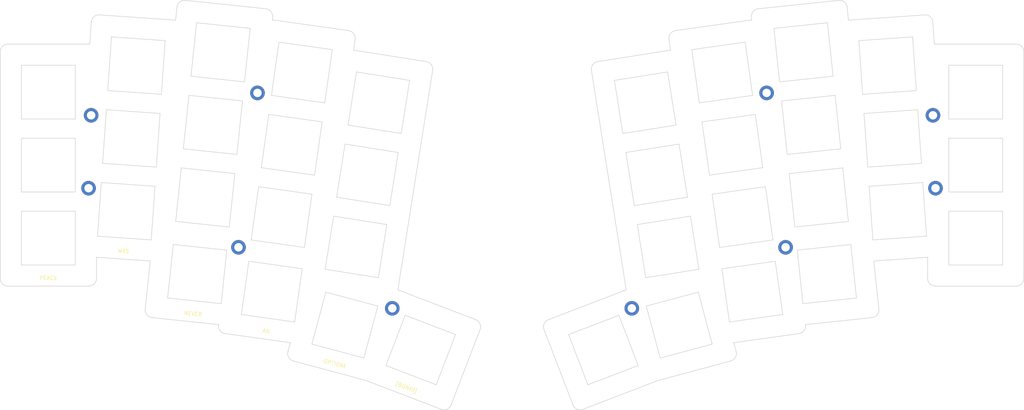
<source format=kicad_pcb>

            
(kicad_pcb (version 20171130) (host pcbnew 5.1.6)

  (page A3)
  (title_block
    (title plate)
    (rev v1.0.0)
    (company Unknown)
  )

  (general
    (thickness 1.6)
  )

  (layers
    (0 F.Cu signal)
    (31 B.Cu signal)
    (32 B.Adhes user)
    (33 F.Adhes user)
    (34 B.Paste user)
    (35 F.Paste user)
    (36 B.SilkS user)
    (37 F.SilkS user)
    (38 B.Mask user)
    (39 F.Mask user)
    (40 Dwgs.User user)
    (41 Cmts.User user)
    (42 Eco1.User user)
    (43 Eco2.User user)
    (44 Edge.Cuts user)
    (45 Margin user)
    (46 B.CrtYd user)
    (47 F.CrtYd user)
    (48 B.Fab user)
    (49 F.Fab user)
  )

  (setup
    (last_trace_width 0.25)
    (trace_clearance 0.2)
    (zone_clearance 0.508)
    (zone_45_only no)
    (trace_min 0.2)
    (via_size 0.8)
    (via_drill 0.4)
    (via_min_size 0.4)
    (via_min_drill 0.3)
    (uvia_size 0.3)
    (uvia_drill 0.1)
    (uvias_allowed no)
    (uvia_min_size 0.2)
    (uvia_min_drill 0.1)
    (edge_width 0.05)
    (segment_width 0.2)
    (pcb_text_width 0.3)
    (pcb_text_size 1.5 1.5)
    (mod_edge_width 0.12)
    (mod_text_size 1 1)
    (mod_text_width 0.15)
    (pad_size 1.524 1.524)
    (pad_drill 0.762)
    (pad_to_mask_clearance 0.05)
    (aux_axis_origin 0 0)
    (visible_elements FFFFFF7F)
    (pcbplotparams
      (layerselection 0x010fc_ffffffff)
      (usegerberextensions false)
      (usegerberattributes true)
      (usegerberadvancedattributes true)
      (creategerberjobfile true)
      (excludeedgelayer true)
      (linewidth 0.100000)
      (plotframeref false)
      (viasonmask false)
      (mode 1)
      (useauxorigin false)
      (hpglpennumber 1)
      (hpglpenspeed 20)
      (hpglpendiameter 15.000000)
      (psnegative false)
      (psa4output false)
      (plotreference true)
      (plotvalue true)
      (plotinvisibletext false)
      (padsonsilk false)
      (subtractmaskfromsilk false)
      (outputformat 1)
      (mirror false)
      (drillshape 1)
      (scaleselection 1)
      (outputdirectory ""))
  )

            (net 0 "")
            
  (net_class Default "This is the default net class."
    (clearance 0.2)
    (trace_width 0.25)
    (via_dia 0.8)
    (via_drill 0.4)
    (uvia_dia 0.3)
    (uvia_drill 0.1)
    (add_net "")
  )

            
            (module mounting_hole (layer F.Cu) (tedit 64B5A986)
                (at 161.11902975 152.53471224999998 -2)
                (fp_text reference "H1" (at 0 3) (layer F.SilkS) hide
                    (effects (font (size 1 1) (thickness 0.15)))
                )
        
                (pad "" thru_hole circle (at 0 0 180) (size 3.8000000000000003 3.8000000000000003) (drill 2.2) (layers *.Cu *.Mask))
        
                (fp_circle (center 0 0) (end -2.1500000000000004 0) (layer F.CrtYd) (width 0.05))
                (fp_circle (center 0 0) (end -2.1500000000000004 0) (layer B.CrtYd) (width 0.05))
        
            )
        

            (module mounting_hole (layer F.Cu) (tedit 64B5A986)
                (at 160.45634325 171.51157075 -2)
                (fp_text reference "H2" (at 0 3) (layer F.SilkS) hide
                    (effects (font (size 1 1) (thickness 0.15)))
                )
        
                (pad "" thru_hole circle (at 0 0 180) (size 3.8000000000000003 3.8000000000000003) (drill 2.2) (layers *.Cu *.Mask))
        
                (fp_circle (center 0 0) (end -2.1500000000000004 0) (layer F.CrtYd) (width 0.05))
                (fp_circle (center 0 0) (end -2.1500000000000004 0) (layer B.CrtYd) (width 0.05))
        
            )
        

            (module mounting_hole (layer F.Cu) (tedit 64B5A986)
                (at 204.36757089999998 146.70424175 -7)
                (fp_text reference "H3" (at 0 3) (layer F.SilkS) hide
                    (effects (font (size 1 1) (thickness 0.15)))
                )
        
                (pad "" thru_hole circle (at 0 0 180) (size 3.8000000000000003 3.8000000000000003) (drill 2.2) (layers *.Cu *.Mask))
        
                (fp_circle (center 0 0) (end -2.1500000000000004 0) (layer F.CrtYd) (width 0.05))
                (fp_circle (center 0 0) (end -2.1500000000000004 0) (layer B.CrtYd) (width 0.05))
        
            )
        

            (module mounting_hole (layer F.Cu) (tedit 64B5A986)
                (at 199.4325678 186.89661645 -7)
                (fp_text reference "H4" (at 0 3) (layer F.SilkS) hide
                    (effects (font (size 1 1) (thickness 0.15)))
                )
        
                (pad "" thru_hole circle (at 0 0 180) (size 3.8000000000000003 3.8000000000000003) (drill 2.2) (layers *.Cu *.Mask))
        
                (fp_circle (center 0 0) (end -2.1500000000000004 0) (layer F.CrtYd) (width 0.05))
                (fp_circle (center 0 0) (end -2.1500000000000004 0) (layer B.CrtYd) (width 0.05))
        
            )
        

            (module mounting_hole (layer F.Cu) (tedit 64B5A986)
                (at 239.4189695 202.7822108 -18)
                (fp_text reference "H5" (at 0 3) (layer F.SilkS) hide
                    (effects (font (size 1 1) (thickness 0.15)))
                )
        
                (pad "" thru_hole circle (at 0 0 180) (size 3.8000000000000003 3.8000000000000003) (drill 2.2) (layers *.Cu *.Mask))
        
                (fp_circle (center 0 0) (end -2.1500000000000004 0) (layer F.CrtYd) (width 0.05))
                (fp_circle (center 0 0) (end -2.1500000000000004 0) (layer B.CrtYd) (width 0.05))
        
            )
        

            (module mounting_hole (layer F.Cu) (tedit 64B5A986)
                (at 379.99410224999997 152.53471224999998 2)
                (fp_text reference "H6" (at 0 3) (layer F.SilkS) hide
                    (effects (font (size 1 1) (thickness 0.15)))
                )
        
                (pad "" thru_hole circle (at 0 0 180) (size 3.8000000000000003 3.8000000000000003) (drill 2.2) (layers *.Cu *.Mask))
        
                (fp_circle (center 0 0) (end -2.1500000000000004 0) (layer F.CrtYd) (width 0.05))
                (fp_circle (center 0 0) (end -2.1500000000000004 0) (layer B.CrtYd) (width 0.05))
        
            )
        

            (module mounting_hole (layer F.Cu) (tedit 64B5A986)
                (at 380.6567887499999 171.51157075 2)
                (fp_text reference "H7" (at 0 3) (layer F.SilkS) hide
                    (effects (font (size 1 1) (thickness 0.15)))
                )
        
                (pad "" thru_hole circle (at 0 0 180) (size 3.8000000000000003 3.8000000000000003) (drill 2.2) (layers *.Cu *.Mask))
        
                (fp_circle (center 0 0) (end -2.1500000000000004 0) (layer F.CrtYd) (width 0.05))
                (fp_circle (center 0 0) (end -2.1500000000000004 0) (layer B.CrtYd) (width 0.05))
        
            )
        

            (module mounting_hole (layer F.Cu) (tedit 64B5A986)
                (at 336.7455611 146.70424175 7)
                (fp_text reference "H8" (at 0 3) (layer F.SilkS) hide
                    (effects (font (size 1 1) (thickness 0.15)))
                )
        
                (pad "" thru_hole circle (at 0 0 180) (size 3.8000000000000003 3.8000000000000003) (drill 2.2) (layers *.Cu *.Mask))
        
                (fp_circle (center 0 0) (end -2.1500000000000004 0) (layer F.CrtYd) (width 0.05))
                (fp_circle (center 0 0) (end -2.1500000000000004 0) (layer B.CrtYd) (width 0.05))
        
            )
        

            (module mounting_hole (layer F.Cu) (tedit 64B5A986)
                (at 341.68056419999994 186.89661645 7)
                (fp_text reference "H9" (at 0 3) (layer F.SilkS) hide
                    (effects (font (size 1 1) (thickness 0.15)))
                )
        
                (pad "" thru_hole circle (at 0 0 180) (size 3.8000000000000003 3.8000000000000003) (drill 2.2) (layers *.Cu *.Mask))
        
                (fp_circle (center 0 0) (end -2.1500000000000004 0) (layer F.CrtYd) (width 0.05))
                (fp_circle (center 0 0) (end -2.1500000000000004 0) (layer B.CrtYd) (width 0.05))
        
            )
        

            (module mounting_hole (layer F.Cu) (tedit 64B5A986)
                (at 301.69416249999995 202.7822108 18)
                (fp_text reference "H10" (at 0 3) (layer F.SilkS) hide
                    (effects (font (size 1 1) (thickness 0.15)))
                )
        
                (pad "" thru_hole circle (at 0 0 180) (size 3.8000000000000003 3.8000000000000003) (drill 2.2) (layers *.Cu *.Mask))
        
                (fp_circle (center 0 0) (end -2.1500000000000004 0) (layer F.CrtYd) (width 0.05))
                (fp_circle (center 0 0) (end -2.1500000000000004 0) (layer B.CrtYd) (width 0.05))
        
            )
        

      (gr_text "PEACE" (at 150 194.9 0) (layer F.SilkS)
        (effects (font (size 1 1) (thickness 0.15)))
      )
    

      (gr_text "WAS" (at 169.5245327 187.8746661 -4) (layer F.SilkS)
        (effects (font (size 1 1) (thickness 0.15)))
      )
    

      (gr_text "NEVER" (at 187.6165627 204.20794 -6) (layer F.SilkS)
        (effects (font (size 1 1) (thickness 0.15)))
      )
    

      (gr_text "AN" (at 206.6346179 208.73176450000003 -8) (layer F.SilkS)
        (effects (font (size 1 1) (thickness 0.15)))
      )
    

      (gr_text "OPTION!" (at 224.3953829 217.1897239 -15) (layer F.SilkS)
        (effects (font (size 1 1) (thickness 0.15)))
      )
    

      (gr_text "[BONK!]" (at 243.0795393 223.34646690000002 -21) (layer F.SilkS)
        (effects (font (size 1 1) (thickness 0.15)))
      )
    
            (gr_line (start 162.5 189.48859096003252) (end 162.5 195.00000004977912) (angle 90) (layer Edge.Cuts) (width 0.15))
(gr_arc (start 160.5 195.00000004977912) (end 160.5 197.00000004977912) (angle -90) (layer Edge.Cuts) (width 0.15))
(gr_line (start 139.5 197) (end 160.5 197) (angle 90) (layer Edge.Cuts) (width 0.15))
(gr_arc (start 139.5 195) (end 137.5 195) (angle -90) (layer Edge.Cuts) (width 0.15))
(gr_line (start 137.5 195) (end 137.5 136) (angle 90) (layer Edge.Cuts) (width 0.15))
(gr_arc (start 139.5 136) (end 139.5 134) (angle -90) (layer Edge.Cuts) (width 0.15))
(gr_line (start 139.5 134) (end 160.5 134) (angle 90) (layer Edge.Cuts) (width 0.15))
(gr_arc (start 160.5 135.9999999749789) (end 160.7601048 134.01698577497888) (angle -7.472620486309424) (layer Edge.Cuts) (width 0.15))
(gr_line (start 160.7601048 134.01698577497888) (end 161.1636383 128.2461875749789) (angle 90) (layer Edge.Cuts) (width 0.15))
(gr_arc (start 163.1587664 128.3857004749789) (end 163.2982793 126.3905723749789) (angle -89.99999870796981) (layer Edge.Cuts) (width 0.15))
(gr_line (start 163.29827930000002 126.39057239999998) (end 183.08124719192193 127.77393222660108) (angle 90) (layer Edge.Cuts) (width 0.15))
(gr_line (start 183.08124719192193 127.77393222660089) (end 183.4375612394896 124.3838305969644) (angle 90) (layer Edge.Cuts) (width 0.15))
(gr_arc (start 185.4266050394896 124.59288749696441) (end 185.6356619394896 122.6038436969644) (angle -89.99999804337685) (layer Edge.Cuts) (width 0.15))
(gr_line (start 185.63566190000003 122.6038437) (end 206.52062170000002 124.7989415) (angle 90) (layer Edge.Cuts) (width 0.15))
(gr_arc (start 206.31156477390954 126.7879853167018) (end 208.30060857390953 126.9970422167018) (angle -90.00000015448393) (layer Edge.Cuts) (width 0.15))
(gr_line (start 208.2275868380994 127.69179737976197) (end 208.30060857390953 126.9970422167018) (angle 90) (layer Edge.Cuts) (width 0.15))
(gr_line (start 208.2275868380994 127.69179737976174) (end 228.0509937 130.4777955) (angle 90) (layer Edge.Cuts) (width 0.15))
(gr_arc (start 227.77264749999998 132.4583316) (end 229.75318359999997 132.7366778) (angle -90.00000017087171) (layer Edge.Cuts) (width 0.15))
(gr_line (start 229.75318359999997 132.7366778) (end 229.35556180671236 135.5659039558825) (angle 90) (layer Edge.Cuts) (width 0.15))
(gr_line (start 229.35556180671236 135.56590395588248) (end 248.2526682 138.55891160000002) (angle 90) (layer Edge.Cuts) (width 0.15))
(gr_arc (start 247.9397993 140.53428830000001) (end 249.915176 140.84715720000003) (angle -90.00000088364766) (layer Edge.Cuts) (width 0.15))
(gr_line (start 240.87159734210297 197.9460661478729) (end 249.915176 140.84715720000003) (angle 90) (layer Edge.Cuts) (width 0.15))
(gr_arc (start 239.94692214210298 199.7194741478729) (end 241.12653444210298 198.1043844478729) (angle -8.605202528382051) (layer Edge.Cuts) (width 0.15))
(gr_arc (start 240.76683500000001 200.0717726) (end 241.48357090000002 198.20461170000002) (angle -10.638994555516035) (layer Edge.Cuts) (width 0.15))
(gr_line (start 241.48357090000002 198.20461170000002) (end 261.0887598 205.7303386) (angle 90) (layer Edge.Cuts) (width 0.15))
(gr_arc (start 260.37202390000004 207.5974995) (end 262.23918480000003 208.3142354) (angle -89.99999958959086) (layer Edge.Cuts) (width 0.15))
(gr_line (start 254.71345789999998 227.91942430000003) (end 262.2391848 208.31423540000003) (angle 90) (layer Edge.Cuts) (width 0.15))
(gr_arc (start 252.846297 227.20268840000003) (end 252.1295611 229.06984930000002) (angle -89.9999995895896) (layer Edge.Cuts) (width 0.15))
(gr_line (start 232.5243722 221.5441224) (end 252.1295611 229.06984930000002) (angle 90) (layer Edge.Cuts) (width 0.15))
(gr_arc (start 233.2411081 219.6769615) (end 232.5065613 221.5371876) (angle -0.5475584025031139) (layer Edge.Cuts) (width 0.15))
(gr_line (start 213.70964179999999 216.5005682) (end 232.5065613 221.5371876) (angle 90) (layer Edge.Cuts) (width 0.15))
(gr_arc (start 214.22727989999998 214.5687165) (end 212.29542819999998 214.0510784) (angle -89.99999998468348) (layer Edge.Cuts) (width 0.15))
(gr_line (start 212.29542819999998 214.0510784) (end 212.91596897254198 211.73518874434046) (angle 90) (layer Edge.Cuts) (width 0.15))
(gr_line (start 195.9445396 209.3500099) (end 212.91596897254198 211.7351887443405) (angle 90) (layer Edge.Cuts) (width 0.15))
(gr_arc (start 196.2228858 207.3694738) (end 194.2423497 207.09112760000002) (angle -90.00000019003852) (layer Edge.Cuts) (width 0.15))
(gr_line (start 194.2423497 207.09112760000002) (end 194.25276756399168 207.01700064967895) (angle 90) (layer Edge.Cuts) (width 0.15))
(gr_line (start 176.954573 205.1988871) (end 194.25276756399168 207.01700064967898) (angle 90) (layer Edge.Cuts) (width 0.15))
(gr_arc (start 177.16362990000002 203.20984330000002) (end 175.17458610000003 203.0007864) (angle -89.99999902178251) (layer Edge.Cuts) (width 0.15))
(gr_line (start 175.17458610000003 203.0007864) (end 176.49193990381477 190.46700267146343) (angle 90) (layer Edge.Cuts) (width 0.15))
(gr_line (start 162.5 189.48859096003252) (end 176.49193990381477 190.4670026714633) (angle 90) (layer Edge.Cuts) (width 0.15))
(gr_line (start 403.61313199999995 195) (end 403.61313199999995 136) (angle 90) (layer Edge.Cuts) (width 0.15))
(gr_arc (start 401.61313199999995 136) (end 403.61313199999995 136) (angle -90) (layer Edge.Cuts) (width 0.15))
(gr_line (start 380.61313199999995 134) (end 401.61313199999995 134) (angle 90) (layer Edge.Cuts) (width 0.15))
(gr_arc (start 380.61313199999995 135.99999997497844) (end 380.61313199999995 133.99999997497844) (angle -7.472620486310234) (layer Edge.Cuts) (width 0.15))
(gr_line (start 379.9494936999999 128.24618759999998) (end 380.35302719999993 134.01698577497842) (angle 90) (layer Edge.Cuts) (width 0.15))
(gr_arc (start 377.9543655999999 128.38570049999998) (end 379.9494936999999 128.24618759999998) (angle -89.99999865796576) (layer Edge.Cuts) (width 0.15))
(gr_line (start 358.0318848469628 127.77393222388199) (end 377.81485269999996 126.39057239999997) (angle 90) (layer Edge.Cuts) (width 0.15))
(gr_line (start 357.6755707999999 124.38383060000001) (end 358.0318848469628 127.77393222388218) (angle 90) (layer Edge.Cuts) (width 0.15))
(gr_arc (start 355.6865269999999 124.5928875) (end 357.6755707999999 124.38383060000001) (angle -89.99999915938234) (layer Edge.Cuts) (width 0.15))
(gr_line (start 334.5925102999999 124.7989415) (end 355.4774700999999 122.6038437) (angle 90) (layer Edge.Cuts) (width 0.15))
(gr_arc (start 334.8015671999999 126.7879853) (end 334.5925102999999 124.7989415) (angle -90.0000008478127) (layer Edge.Cuts) (width 0.15))
(gr_line (start 332.8125233999999 126.9970422) (end 332.8855451379197 127.69179738313187) (angle 90) (layer Edge.Cuts) (width 0.15))
(gr_line (start 313.06276456901156 130.47770746856992) (end 332.8855451379197 127.69179738313201) (angle 90) (layer Edge.Cuts) (width 0.15))
(gr_arc (start 313.34048449999995 132.4583316) (end 313.06213829999996 130.4777955) (angle -89.99999915567759) (layer Edge.Cuts) (width 0.15))
(gr_line (start 311.757570194063 135.5659039557595) (end 311.3599483690116 132.7366777685699) (angle 90) (layer Edge.Cuts) (width 0.15))
(gr_line (start 292.8604638 138.55891160000002) (end 311.757570194063 135.56590395575967) (angle 90) (layer Edge.Cuts) (width 0.15))
(gr_arc (start 293.1733327 140.53428830000001) (end 292.8604638 138.55891160000002) (angle -90.0000008836467) (layer Edge.Cuts) (width 0.15))
(gr_line (start 291.197956 140.84715720000003) (end 300.2415347 197.94606610000002) (angle 90) (layer Edge.Cuts) (width 0.15))
(gr_arc (start 301.1662099 199.7194741) (end 300.2415347 197.94606610000002) (angle -8.605202528380715) (layer Edge.Cuts) (width 0.15))
(gr_arc (start 300.34629699999994 200.07177260000003) (end 299.98659749999996 198.10438440000004) (angle -10.63899173744096) (layer Edge.Cuts) (width 0.15))
(gr_line (start 280.02437219999996 205.73033860000004) (end 299.62956109999993 198.20461170000002) (angle 90) (layer Edge.Cuts) (width 0.15))
(gr_arc (start 280.74110809999996 207.59749950000003) (end 280.02437219999996 205.73033860000004) (angle -89.9999995895896) (layer Edge.Cuts) (width 0.15))
(gr_line (start 278.8739472 208.31423540000003) (end 286.39967409999997 227.91942430000003) (angle 90) (layer Edge.Cuts) (width 0.15))
(gr_arc (start 288.26683499999996 227.20268840000003) (end 286.39967409999997 227.91942430000003) (angle -90.0000004104104) (layer Edge.Cuts) (width 0.15))
(gr_line (start 288.98357089999996 229.06984930000002) (end 308.58875979999993 221.54412240000002) (angle 90) (layer Edge.Cuts) (width 0.15))
(gr_arc (start 307.87202386236925 219.67696152005541) (end 308.58875976236925 221.5441223200554) (angle -0.5475576005777611) (layer Edge.Cuts) (width 0.15))
(gr_line (start 308.6065706623692 221.53718762005542) (end 327.4034901623693 216.50056812005548) (angle 90) (layer Edge.Cuts) (width 0.15))
(gr_arc (start 326.8858521453732 214.56871646765046) (end 327.40349014537315 216.50056816765047) (angle -90.00000160288153) (layer Edge.Cuts) (width 0.15))
(gr_line (start 328.19716301654046 211.73518873155524) (end 328.8177037453732 214.05107846765046) (angle 90) (layer Edge.Cuts) (width 0.15))
(gr_line (start 328.19716301654046 211.7351887315554) (end 345.1685924453732 209.35000996765052) (angle 90) (layer Edge.Cuts) (width 0.15))
(gr_arc (start 344.8902462035616 207.36947376141256) (end 345.1685924035616 209.35000986141256) (angle -89.99999929875207) (layer Edge.Cuts) (width 0.15))
(gr_line (start 346.8603644471805 207.0170006652438) (end 346.8706942453732 207.09050126765052) (angle 90) (layer Edge.Cuts) (width 0.15))
(gr_line (start 346.8603644471805 207.0170006652437) (end 364.1585590035616 205.19888706141273) (angle 90) (layer Edge.Cuts) (width 0.15))
(gr_arc (start 363.94950211472207 203.20984326217248) (end 364.1585590147221 205.19888706217247) (angle -90.00000129391475) (layer Edge.Cuts) (width 0.15))
(gr_line (start 364.6211921065393 190.46700267796314) (end 365.93854591472206 203.0007863621725) (angle 90) (layer Edge.Cuts) (width 0.15))
(gr_line (start 364.6211921065393 190.4670026779629) (end 378.61313199999995 189.48859097263284) (angle 90) (layer Edge.Cuts) (width 0.15))
(gr_line (start 378.61313199999995 195) (end 378.61313199999995 189.48859097263284) (angle 90) (layer Edge.Cuts) (width 0.15))
(gr_arc (start 380.61313199999995 195) (end 378.61313199999995 195) (angle -90) (layer Edge.Cuts) (width 0.15))
(gr_line (start 380.61313199999995 197) (end 401.61313199999995 197) (angle 90) (layer Edge.Cuts) (width 0.15))
(gr_arc (start 401.61313199999995 195) (end 401.61313199999995 197) (angle -90) (layer Edge.Cuts) (width 0.15))
(gr_line (start 143 191.5) (end 157 191.5) (angle 90) (layer Edge.Cuts) (width 0.15))
(gr_line (start 157 191.5) (end 157 177.5) (angle 90) (layer Edge.Cuts) (width 0.15))
(gr_line (start 157 177.5) (end 143 177.5) (angle 90) (layer Edge.Cuts) (width 0.15))
(gr_line (start 143 177.5) (end 143 191.5) (angle 90) (layer Edge.Cuts) (width 0.15))
(gr_line (start 143 172.5) (end 157 172.5) (angle 90) (layer Edge.Cuts) (width 0.15))
(gr_line (start 157 172.5) (end 157 158.5) (angle 90) (layer Edge.Cuts) (width 0.15))
(gr_line (start 157 158.5) (end 143 158.5) (angle 90) (layer Edge.Cuts) (width 0.15))
(gr_line (start 143 158.5) (end 143 172.5) (angle 90) (layer Edge.Cuts) (width 0.15))
(gr_line (start 143 153.5) (end 157 153.5) (angle 90) (layer Edge.Cuts) (width 0.15))
(gr_line (start 157 153.5) (end 157 139.5) (angle 90) (layer Edge.Cuts) (width 0.15))
(gr_line (start 157 139.5) (end 143 139.5) (angle 90) (layer Edge.Cuts) (width 0.15))
(gr_line (start 143 139.5) (end 143 153.5) (angle 90) (layer Edge.Cuts) (width 0.15))
(gr_line (start 162.7787563 183.994653) (end 176.744653 184.9712437) (angle 90) (layer Edge.Cuts) (width 0.15))
(gr_line (start 176.744653 184.9712437) (end 177.7212437 171.005347) (angle 90) (layer Edge.Cuts) (width 0.15))
(gr_line (start 177.7212437 171.005347) (end 163.755347 170.0287563) (angle 90) (layer Edge.Cuts) (width 0.15))
(gr_line (start 163.755347 170.0287563) (end 162.7787563 183.994653) (angle 90) (layer Edge.Cuts) (width 0.15))
(gr_line (start 164.1041293 165.040936) (end 178.070026 166.0175267) (angle 90) (layer Edge.Cuts) (width 0.15))
(gr_line (start 178.070026 166.0175267) (end 179.04661670000002 152.05163) (angle 90) (layer Edge.Cuts) (width 0.15))
(gr_line (start 179.04661670000002 152.05163) (end 165.08072 151.0750393) (angle 90) (layer Edge.Cuts) (width 0.15))
(gr_line (start 165.08072 151.0750393) (end 164.1041293 165.040936) (angle 90) (layer Edge.Cuts) (width 0.15))
(gr_line (start 165.42950230000002 146.08721899999998) (end 179.39539900000003 147.06380969999998) (angle 90) (layer Edge.Cuts) (width 0.15))
(gr_line (start 179.39539900000003 147.06380969999998) (end 180.37198970000003 133.09791299999998) (angle 90) (layer Edge.Cuts) (width 0.15))
(gr_line (start 180.37198970000003 133.09791299999998) (end 166.40609300000003 132.12132229999997) (angle 90) (layer Edge.Cuts) (width 0.15))
(gr_line (start 166.40609300000003 132.12132229999997) (end 165.42950230000002 146.08721899999998) (angle 90) (layer Edge.Cuts) (width 0.15))
(gr_line (start 183.1061019 180.1547023) (end 197.0294084 181.6181008) (angle 90) (layer Edge.Cuts) (width 0.15))
(gr_line (start 197.0294084 181.6181008) (end 198.4928069 167.6947943) (angle 90) (layer Edge.Cuts) (width 0.15))
(gr_line (start 198.4928069 167.6947943) (end 184.5695004 166.2313958) (angle 90) (layer Edge.Cuts) (width 0.15))
(gr_line (start 184.5695004 166.2313958) (end 183.1061019 180.1547023) (angle 90) (layer Edge.Cuts) (width 0.15))
(gr_line (start 185.0921427 161.2587863) (end 199.0154492 162.7221848) (angle 90) (layer Edge.Cuts) (width 0.15))
(gr_line (start 199.0154492 162.7221848) (end 200.47884770000002 148.7988783) (angle 90) (layer Edge.Cuts) (width 0.15))
(gr_line (start 200.47884770000002 148.7988783) (end 186.55554120000002 147.3354798) (angle 90) (layer Edge.Cuts) (width 0.15))
(gr_line (start 186.55554120000002 147.3354798) (end 185.0921427 161.2587863) (angle 90) (layer Edge.Cuts) (width 0.15))
(gr_line (start 187.07818350000002 142.3628703) (end 201.00149000000002 143.8262688) (angle 90) (layer Edge.Cuts) (width 0.15))
(gr_line (start 201.00149000000002 143.8262688) (end 202.46488850000003 129.9029623) (angle 90) (layer Edge.Cuts) (width 0.15))
(gr_line (start 202.46488850000003 129.9029623) (end 188.54158200000003 128.4395638) (angle 90) (layer Edge.Cuts) (width 0.15))
(gr_line (start 188.54158200000003 128.4395638) (end 187.07818350000002 142.3628703) (angle 90) (layer Edge.Cuts) (width 0.15))
(gr_line (start 202.7188492 184.9826802) (end 216.5826022 186.9311036) (angle 90) (layer Edge.Cuts) (width 0.15))
(gr_line (start 216.5826022 186.9311036) (end 218.5310256 173.0673506) (angle 90) (layer Edge.Cuts) (width 0.15))
(gr_line (start 218.5310256 173.0673506) (end 204.6672726 171.1189272) (angle 90) (layer Edge.Cuts) (width 0.15))
(gr_line (start 204.6672726 171.1189272) (end 202.7188492 184.9826802) (angle 90) (layer Edge.Cuts) (width 0.15))
(gr_line (start 205.3631381 166.1675869) (end 219.2268911 168.1160103) (angle 90) (layer Edge.Cuts) (width 0.15))
(gr_line (start 219.2268911 168.1160103) (end 221.17531449999998 154.2522573) (angle 90) (layer Edge.Cuts) (width 0.15))
(gr_line (start 221.17531449999998 154.2522573) (end 207.31156149999998 152.3038339) (angle 90) (layer Edge.Cuts) (width 0.15))
(gr_line (start 207.31156149999998 152.3038339) (end 205.3631381 166.1675869) (angle 90) (layer Edge.Cuts) (width 0.15))
(gr_line (start 208.00742699999998 147.3524936) (end 221.87117999999998 149.300917) (angle 90) (layer Edge.Cuts) (width 0.15))
(gr_line (start 221.87117999999998 149.300917) (end 223.81960339999998 135.437164) (angle 90) (layer Edge.Cuts) (width 0.15))
(gr_line (start 223.81960339999998 135.437164) (end 209.95585039999997 133.4887406) (angle 90) (layer Edge.Cuts) (width 0.15))
(gr_line (start 209.95585039999997 133.4887406) (end 208.00742699999998 147.3524936) (angle 90) (layer Edge.Cuts) (width 0.15))
(gr_line (start 221.9731406 192.6133881) (end 235.8007773 194.8034706) (angle 90) (layer Edge.Cuts) (width 0.15))
(gr_line (start 235.8007773 194.8034706) (end 237.99085979999998 180.9758339) (angle 90) (layer Edge.Cuts) (width 0.15))
(gr_line (start 237.99085979999998 180.9758339) (end 224.16322309999998 178.7857514) (angle 90) (layer Edge.Cuts) (width 0.15))
(gr_line (start 224.16322309999998 178.7857514) (end 221.9731406 192.6133881) (angle 90) (layer Edge.Cuts) (width 0.15))
(gr_line (start 224.9453954 173.84730960000002) (end 238.7730321 176.0373921) (angle 90) (layer Edge.Cuts) (width 0.15))
(gr_line (start 238.7730321 176.0373921) (end 240.96311459999998 162.2097554) (angle 90) (layer Edge.Cuts) (width 0.15))
(gr_line (start 240.96311459999998 162.2097554) (end 227.13547789999998 160.01967290000002) (angle 90) (layer Edge.Cuts) (width 0.15))
(gr_line (start 227.13547789999998 160.01967290000002) (end 224.9453954 173.84730960000002) (angle 90) (layer Edge.Cuts) (width 0.15))
(gr_line (start 227.9176502 155.08123110000002) (end 241.7452869 157.2713136) (angle 90) (layer Edge.Cuts) (width 0.15))
(gr_line (start 241.7452869 157.2713136) (end 243.93536939999998 143.4436769) (angle 90) (layer Edge.Cuts) (width 0.15))
(gr_line (start 243.93536939999998 143.4436769) (end 230.10773269999999 141.25359440000003) (angle 90) (layer Edge.Cuts) (width 0.15))
(gr_line (start 230.10773269999999 141.25359440000003) (end 227.9176502 155.08123110000002) (angle 90) (layer Edge.Cuts) (width 0.15))
(gr_line (start 181.0103062 200.0948663) (end 194.9336127 201.55826480000002) (angle 90) (layer Edge.Cuts) (width 0.15))
(gr_line (start 194.9336127 201.55826480000002) (end 196.3970112 187.63495830000002) (angle 90) (layer Edge.Cuts) (width 0.15))
(gr_line (start 196.3970112 187.63495830000002) (end 182.4737047 186.1715598) (angle 90) (layer Edge.Cuts) (width 0.15))
(gr_line (start 182.4737047 186.1715598) (end 181.0103062 200.0948663) (angle 90) (layer Edge.Cuts) (width 0.15))
(gr_line (start 200.1759299 204.39064140000002) (end 214.0396829 206.33906480000002) (angle 90) (layer Edge.Cuts) (width 0.15))
(gr_line (start 214.0396829 206.33906480000002) (end 215.9881063 192.47531180000001) (angle 90) (layer Edge.Cuts) (width 0.15))
(gr_line (start 215.9881063 192.47531180000001) (end 202.1243533 190.52688840000002) (angle 90) (layer Edge.Cuts) (width 0.15))
(gr_line (start 202.1243533 190.52688840000002) (end 200.1759299 204.39064140000002) (angle 90) (layer Edge.Cuts) (width 0.15))
(gr_line (start 218.5138869 212.0938428) (end 232.0368485 215.7173094) (angle 90) (layer Edge.Cuts) (width 0.15))
(gr_line (start 232.0368485 215.7173094) (end 235.6603151 202.1943478) (angle 90) (layer Edge.Cuts) (width 0.15))
(gr_line (start 235.6603151 202.1943478) (end 222.1373535 198.5708812) (angle 90) (layer Edge.Cuts) (width 0.15))
(gr_line (start 222.1373535 198.5708812) (end 218.5138869 212.0938428) (angle 90) (layer Edge.Cuts) (width 0.15))
(gr_line (start 237.7629274 217.66371780000003) (end 250.83305330000002 222.68086910000002) (angle 90) (layer Edge.Cuts) (width 0.15))
(gr_line (start 250.83305330000002 222.68086910000002) (end 255.8502046 209.6107432) (angle 90) (layer Edge.Cuts) (width 0.15))
(gr_line (start 255.8502046 209.6107432) (end 242.7800787 204.5935919) (angle 90) (layer Edge.Cuts) (width 0.15))
(gr_line (start 242.7800787 204.5935919) (end 237.7629274 217.66371780000003) (angle 90) (layer Edge.Cuts) (width 0.15))
(gr_line (start 384.11313199999995 191.5) (end 398.11313199999995 191.5) (angle 90) (layer Edge.Cuts) (width 0.15))
(gr_line (start 398.11313199999995 191.5) (end 398.11313199999995 177.5) (angle 90) (layer Edge.Cuts) (width 0.15))
(gr_line (start 398.11313199999995 177.5) (end 384.11313199999995 177.5) (angle 90) (layer Edge.Cuts) (width 0.15))
(gr_line (start 384.11313199999995 177.5) (end 384.11313199999995 191.5) (angle 90) (layer Edge.Cuts) (width 0.15))
(gr_line (start 384.11313199999995 172.5) (end 398.11313199999995 172.5) (angle 90) (layer Edge.Cuts) (width 0.15))
(gr_line (start 398.11313199999995 172.5) (end 398.11313199999995 158.5) (angle 90) (layer Edge.Cuts) (width 0.15))
(gr_line (start 398.11313199999995 158.5) (end 384.11313199999995 158.5) (angle 90) (layer Edge.Cuts) (width 0.15))
(gr_line (start 384.11313199999995 158.5) (end 384.11313199999995 172.5) (angle 90) (layer Edge.Cuts) (width 0.15))
(gr_line (start 384.11313199999995 153.5) (end 398.11313199999995 153.5) (angle 90) (layer Edge.Cuts) (width 0.15))
(gr_line (start 398.11313199999995 153.5) (end 398.11313199999995 139.5) (angle 90) (layer Edge.Cuts) (width 0.15))
(gr_line (start 398.11313199999995 139.5) (end 384.11313199999995 139.5) (angle 90) (layer Edge.Cuts) (width 0.15))
(gr_line (start 384.11313199999995 139.5) (end 384.11313199999995 153.5) (angle 90) (layer Edge.Cuts) (width 0.15))
(gr_line (start 364.368479 184.9712437) (end 378.33437569999995 183.994653) (angle 90) (layer Edge.Cuts) (width 0.15))
(gr_line (start 378.33437569999995 183.994653) (end 377.3577849999999 170.0287563) (angle 90) (layer Edge.Cuts) (width 0.15))
(gr_line (start 377.3577849999999 170.0287563) (end 363.39188829999995 171.005347) (angle 90) (layer Edge.Cuts) (width 0.15))
(gr_line (start 363.39188829999995 171.005347) (end 364.368479 184.9712437) (angle 90) (layer Edge.Cuts) (width 0.15))
(gr_line (start 363.04310599999997 166.0175267) (end 377.00900269999994 165.040936) (angle 90) (layer Edge.Cuts) (width 0.15))
(gr_line (start 377.00900269999994 165.040936) (end 376.0324119999999 151.0750393) (angle 90) (layer Edge.Cuts) (width 0.15))
(gr_line (start 376.0324119999999 151.0750393) (end 362.06651529999993 152.05163) (angle 90) (layer Edge.Cuts) (width 0.15))
(gr_line (start 362.06651529999993 152.05163) (end 363.04310599999997 166.0175267) (angle 90) (layer Edge.Cuts) (width 0.15))
(gr_line (start 361.71773299999995 147.06380969999998) (end 375.6836296999999 146.08721899999998) (angle 90) (layer Edge.Cuts) (width 0.15))
(gr_line (start 375.6836296999999 146.08721899999998) (end 374.7070389999999 132.12132229999997) (angle 90) (layer Edge.Cuts) (width 0.15))
(gr_line (start 374.7070389999999 132.12132229999997) (end 360.7411422999999 133.09791299999998) (angle 90) (layer Edge.Cuts) (width 0.15))
(gr_line (start 360.7411422999999 133.09791299999998) (end 361.71773299999995 147.06380969999998) (angle 90) (layer Edge.Cuts) (width 0.15))
(gr_line (start 344.0837235999999 181.6181008) (end 358.00703009999995 180.1547023) (angle 90) (layer Edge.Cuts) (width 0.15))
(gr_line (start 358.00703009999995 180.1547023) (end 356.54363159999997 166.2313958) (angle 90) (layer Edge.Cuts) (width 0.15))
(gr_line (start 356.54363159999997 166.2313958) (end 342.62032509999995 167.6947943) (angle 90) (layer Edge.Cuts) (width 0.15))
(gr_line (start 342.62032509999995 167.6947943) (end 344.0837235999999 181.6181008) (angle 90) (layer Edge.Cuts) (width 0.15))
(gr_line (start 342.0976827999999 162.7221848) (end 356.02098929999994 161.2587863) (angle 90) (layer Edge.Cuts) (width 0.15))
(gr_line (start 356.02098929999994 161.2587863) (end 354.55759079999996 147.3354798) (angle 90) (layer Edge.Cuts) (width 0.15))
(gr_line (start 354.55759079999996 147.3354798) (end 340.63428429999993 148.7988783) (angle 90) (layer Edge.Cuts) (width 0.15))
(gr_line (start 340.63428429999993 148.7988783) (end 342.0976827999999 162.7221848) (angle 90) (layer Edge.Cuts) (width 0.15))
(gr_line (start 340.1116419999999 143.8262688) (end 354.0349484999999 142.3628703) (angle 90) (layer Edge.Cuts) (width 0.15))
(gr_line (start 354.0349484999999 142.3628703) (end 352.57154999999995 128.4395638) (angle 90) (layer Edge.Cuts) (width 0.15))
(gr_line (start 352.57154999999995 128.4395638) (end 338.6482434999999 129.9029623) (angle 90) (layer Edge.Cuts) (width 0.15))
(gr_line (start 338.6482434999999 129.9029623) (end 340.1116419999999 143.8262688) (angle 90) (layer Edge.Cuts) (width 0.15))
(gr_line (start 324.53052979999995 186.9311036) (end 338.3942827999999 184.9826802) (angle 90) (layer Edge.Cuts) (width 0.15))
(gr_line (start 338.3942827999999 184.9826802) (end 336.4458593999999 171.1189272) (angle 90) (layer Edge.Cuts) (width 0.15))
(gr_line (start 336.4458593999999 171.1189272) (end 322.58210639999993 173.0673506) (angle 90) (layer Edge.Cuts) (width 0.15))
(gr_line (start 322.58210639999993 173.0673506) (end 324.53052979999995 186.9311036) (angle 90) (layer Edge.Cuts) (width 0.15))
(gr_line (start 321.88624089999996 168.1160103) (end 335.74999389999994 166.1675869) (angle 90) (layer Edge.Cuts) (width 0.15))
(gr_line (start 335.74999389999994 166.1675869) (end 333.8015704999999 152.3038339) (angle 90) (layer Edge.Cuts) (width 0.15))
(gr_line (start 333.8015704999999 152.3038339) (end 319.93781749999994 154.2522573) (angle 90) (layer Edge.Cuts) (width 0.15))
(gr_line (start 319.93781749999994 154.2522573) (end 321.88624089999996 168.1160103) (angle 90) (layer Edge.Cuts) (width 0.15))
(gr_line (start 319.24195199999997 149.300917) (end 333.10570499999994 147.3524936) (angle 90) (layer Edge.Cuts) (width 0.15))
(gr_line (start 333.10570499999994 147.3524936) (end 331.1572815999999 133.4887406) (angle 90) (layer Edge.Cuts) (width 0.15))
(gr_line (start 331.1572815999999 133.4887406) (end 317.29352859999995 135.437164) (angle 90) (layer Edge.Cuts) (width 0.15))
(gr_line (start 317.29352859999995 135.437164) (end 319.24195199999997 149.300917) (angle 90) (layer Edge.Cuts) (width 0.15))
(gr_line (start 305.31235469999996 194.8034706) (end 319.13999139999993 192.6133881) (angle 90) (layer Edge.Cuts) (width 0.15))
(gr_line (start 319.13999139999993 192.6133881) (end 316.9499088999999 178.7857514) (angle 90) (layer Edge.Cuts) (width 0.15))
(gr_line (start 316.9499088999999 178.7857514) (end 303.12227219999994 180.9758339) (angle 90) (layer Edge.Cuts) (width 0.15))
(gr_line (start 303.12227219999994 180.9758339) (end 305.31235469999996 194.8034706) (angle 90) (layer Edge.Cuts) (width 0.15))
(gr_line (start 302.3400999 176.0373921) (end 316.16773659999996 173.84730960000002) (angle 90) (layer Edge.Cuts) (width 0.15))
(gr_line (start 316.16773659999996 173.84730960000002) (end 313.97765409999994 160.01967290000002) (angle 90) (layer Edge.Cuts) (width 0.15))
(gr_line (start 313.97765409999994 160.01967290000002) (end 300.15001739999997 162.2097554) (angle 90) (layer Edge.Cuts) (width 0.15))
(gr_line (start 300.15001739999997 162.2097554) (end 302.3400999 176.0373921) (angle 90) (layer Edge.Cuts) (width 0.15))
(gr_line (start 299.3678451 157.2713136) (end 313.1954818 155.08123110000002) (angle 90) (layer Edge.Cuts) (width 0.15))
(gr_line (start 313.1954818 155.08123110000002) (end 311.00539929999997 141.25359440000003) (angle 90) (layer Edge.Cuts) (width 0.15))
(gr_line (start 311.00539929999997 141.25359440000003) (end 297.1777626 143.4436769) (angle 90) (layer Edge.Cuts) (width 0.15))
(gr_line (start 297.1777626 143.4436769) (end 299.3678451 157.2713136) (angle 90) (layer Edge.Cuts) (width 0.15))
(gr_line (start 346.1795192999999 201.55826480000002) (end 360.10282579999995 200.0948663) (angle 90) (layer Edge.Cuts) (width 0.15))
(gr_line (start 360.10282579999995 200.0948663) (end 358.63942729999997 186.1715598) (angle 90) (layer Edge.Cuts) (width 0.15))
(gr_line (start 358.63942729999997 186.1715598) (end 344.71612079999994 187.63495830000002) (angle 90) (layer Edge.Cuts) (width 0.15))
(gr_line (start 344.71612079999994 187.63495830000002) (end 346.1795192999999 201.55826480000002) (angle 90) (layer Edge.Cuts) (width 0.15))
(gr_line (start 327.07344909999995 206.33906480000002) (end 340.9372020999999 204.39064140000002) (angle 90) (layer Edge.Cuts) (width 0.15))
(gr_line (start 340.9372020999999 204.39064140000002) (end 338.9887786999999 190.52688840000002) (angle 90) (layer Edge.Cuts) (width 0.15))
(gr_line (start 338.9887786999999 190.52688840000002) (end 325.1250256999999 192.47531180000001) (angle 90) (layer Edge.Cuts) (width 0.15))
(gr_line (start 325.1250256999999 192.47531180000001) (end 327.07344909999995 206.33906480000002) (angle 90) (layer Edge.Cuts) (width 0.15))
(gr_line (start 309.0762835 215.7173094) (end 322.59924509999996 212.0938428) (angle 90) (layer Edge.Cuts) (width 0.15))
(gr_line (start 322.59924509999996 212.0938428) (end 318.9757785 198.5708812) (angle 90) (layer Edge.Cuts) (width 0.15))
(gr_line (start 318.9757785 198.5708812) (end 305.4528169 202.1943478) (angle 90) (layer Edge.Cuts) (width 0.15))
(gr_line (start 305.4528169 202.1943478) (end 309.0762835 215.7173094) (angle 90) (layer Edge.Cuts) (width 0.15))
(gr_line (start 290.2800787 222.68086910000002) (end 303.3502046 217.66371780000003) (angle 90) (layer Edge.Cuts) (width 0.15))
(gr_line (start 303.3502046 217.66371780000003) (end 298.33305329999996 204.5935919) (angle 90) (layer Edge.Cuts) (width 0.15))
(gr_line (start 298.33305329999996 204.5935919) (end 285.26292739999997 209.6107432) (angle 90) (layer Edge.Cuts) (width 0.15))
(gr_line (start 285.26292739999997 209.6107432) (end 290.2800787 222.68086910000002) (angle 90) (layer Edge.Cuts) (width 0.15))
            
)

        
</source>
